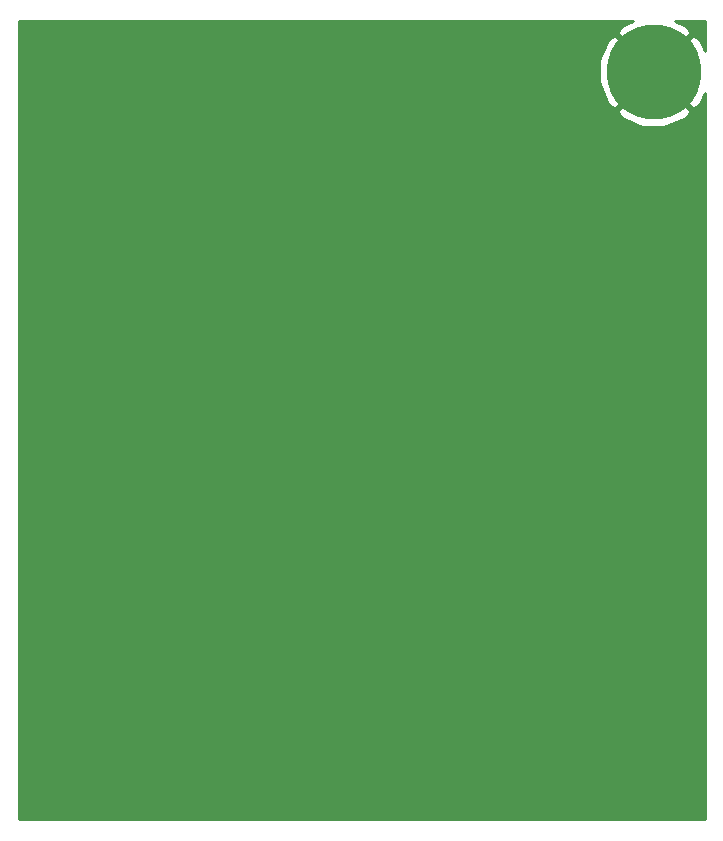
<source format=gtl>
G04 #@! TF.FileFunction,Copper,L1,Top,Signal*
%FSLAX46Y46*%
G04 Gerber Fmt 4.6, Leading zero omitted, Abs format (unit mm)*
G04 Created by KiCad (PCBNEW 4.0.2+dfsg1-stable) date Sun 09 Sep 2018 02:34:44 AM EDT*
%MOMM*%
G01*
G04 APERTURE LIST*
%ADD10C,0.100000*%
%ADD11C,8.000000*%
%ADD12C,0.254000*%
G04 APERTURE END LIST*
D10*
D11*
X126500000Y-37000000D03*
D12*
G36*
X123923381Y-33038402D02*
X123825990Y-33103476D01*
X123361656Y-33682051D01*
X126500000Y-36820395D01*
X129638344Y-33682051D01*
X129174010Y-33103476D01*
X128256407Y-32710000D01*
X130790000Y-32710000D01*
X130790000Y-35244864D01*
X130461598Y-34423381D01*
X130396524Y-34325990D01*
X129817949Y-33861656D01*
X126679605Y-37000000D01*
X129817949Y-40138344D01*
X130396524Y-39674010D01*
X130790000Y-38756407D01*
X130790000Y-100290000D01*
X72710000Y-100290000D01*
X72710000Y-40317949D01*
X123361656Y-40317949D01*
X123825990Y-40896524D01*
X125520672Y-41623218D01*
X127364447Y-41646068D01*
X129076619Y-40961598D01*
X129174010Y-40896524D01*
X129638344Y-40317949D01*
X126500000Y-37179605D01*
X123361656Y-40317949D01*
X72710000Y-40317949D01*
X72710000Y-37864447D01*
X121853932Y-37864447D01*
X122538402Y-39576619D01*
X122603476Y-39674010D01*
X123182051Y-40138344D01*
X126320395Y-37000000D01*
X123182051Y-33861656D01*
X122603476Y-34325990D01*
X121876782Y-36020672D01*
X121853932Y-37864447D01*
X72710000Y-37864447D01*
X72710000Y-32710000D01*
X124744864Y-32710000D01*
X123923381Y-33038402D01*
X123923381Y-33038402D01*
G37*
X123923381Y-33038402D02*
X123825990Y-33103476D01*
X123361656Y-33682051D01*
X126500000Y-36820395D01*
X129638344Y-33682051D01*
X129174010Y-33103476D01*
X128256407Y-32710000D01*
X130790000Y-32710000D01*
X130790000Y-35244864D01*
X130461598Y-34423381D01*
X130396524Y-34325990D01*
X129817949Y-33861656D01*
X126679605Y-37000000D01*
X129817949Y-40138344D01*
X130396524Y-39674010D01*
X130790000Y-38756407D01*
X130790000Y-100290000D01*
X72710000Y-100290000D01*
X72710000Y-40317949D01*
X123361656Y-40317949D01*
X123825990Y-40896524D01*
X125520672Y-41623218D01*
X127364447Y-41646068D01*
X129076619Y-40961598D01*
X129174010Y-40896524D01*
X129638344Y-40317949D01*
X126500000Y-37179605D01*
X123361656Y-40317949D01*
X72710000Y-40317949D01*
X72710000Y-37864447D01*
X121853932Y-37864447D01*
X122538402Y-39576619D01*
X122603476Y-39674010D01*
X123182051Y-40138344D01*
X126320395Y-37000000D01*
X123182051Y-33861656D01*
X122603476Y-34325990D01*
X121876782Y-36020672D01*
X121853932Y-37864447D01*
X72710000Y-37864447D01*
X72710000Y-32710000D01*
X124744864Y-32710000D01*
X123923381Y-33038402D01*
M02*

</source>
